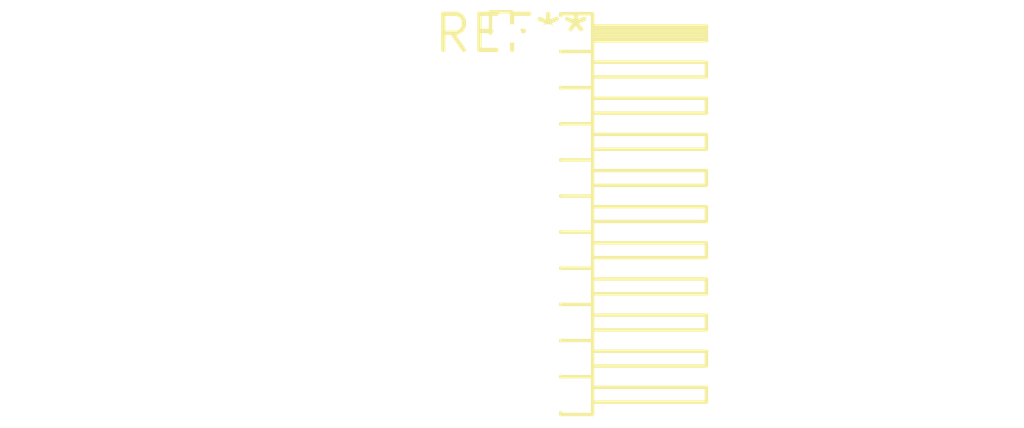
<source format=kicad_pcb>
(kicad_pcb (version 20240108) (generator pcbnew)
  (layers (0 "F.Cu" signal) (31 "B.Cu" signal) (34 "B.Paste" user) (35 "F.Paste" user) (36 "B.SilkS" user "B.Silkscreen") (37 "F.SilkS" user "F.Silkscreen") (38 "B.Mask" user) (39 "F.Mask" user) (44 "Edge.Cuts" user))
  (net 0 "")
  (footprint "PinHeader_2x11_P1.27mm_Horizontal" (layer "F.Cu") (at 0 0)
    (property "Reference" "REF**")
    (property "Value" "PinHeader_2x11_P1.27mm_Horizontal")
    (fp_line (start -0.76 -0.76) (end 0 -0.76) (layer "F.SilkS") (stroke (width 0.12)))
    (fp_line (start -0.76 0) (end -0.76 -0.76) (layer "F.SilkS") (stroke (width 0.12)))
    (fp_line (start 1.71 -0.695) (end 2.83 -0.695) (layer "F.SilkS") (stroke (width 0.12)))
    (fp_line (start 1.71 -0.619677) (end 1.71 -0.695) (layer "F.SilkS") (stroke (width 0.12)))
    (fp_line (start 1.71 0.619677) (end 1.71 0.650323) (layer "F.SilkS") (stroke (width 0.12)))
    (fp_line (start 1.71 0.635) (end 2.83 0.635) (layer "F.SilkS") (stroke (width 0.12)))
    (fp_line (start 1.71 1.889677) (end 1.71 1.920323) (layer "F.SilkS") (stroke (width 0.12)))
    (fp_line (start 1.71 1.905) (end 2.83 1.905) (layer "F.SilkS") (stroke (width 0.12)))
    (fp_line (start 1.71 3.159677) (end 1.71 3.190323) (layer "F.SilkS") (stroke (width 0.12)))
    (fp_line (start 1.71 3.175) (end 2.83 3.175) (layer "F.SilkS") (stroke (width 0.12)))
    (fp_line (start 1.71 4.429677) (end 1.71 4.460323) (layer "F.SilkS") (stroke (width 0.12)))
    (fp_line (start 1.71 4.445) (end 2.83 4.445) (layer "F.SilkS") (stroke (width 0.12)))
    (fp_line (start 1.71 5.699677) (end 1.71 5.730323) (layer "F.SilkS") (stroke (width 0.12)))
    (fp_line (start 1.71 5.715) (end 2.83 5.715) (layer "F.SilkS") (stroke (width 0.12)))
    (fp_line (start 1.71 6.969677) (end 1.71 7.000323) (layer "F.SilkS") (stroke (width 0.12)))
    (fp_line (start 1.71 6.985) (end 2.83 6.985) (layer "F.SilkS") (stroke (width 0.12)))
    (fp_line (start 1.71 8.239677) (end 1.71 8.270323) (layer "F.SilkS") (stroke (width 0.12)))
    (fp_line (start 1.71 8.255) (end 2.83 8.255) (layer "F.SilkS") (stroke (width 0.12)))
    (fp_line (start 1.71 9.509677) (end 1.71 9.540323) (layer "F.SilkS") (stroke (width 0.12)))
    (fp_line (start 1.71 9.525) (end 2.83 9.525) (layer "F.SilkS") (stroke (width 0.12)))
    (fp_line (start 1.71 10.779677) (end 1.71 10.810323) (layer "F.SilkS") (stroke (width 0.12)))
    (fp_line (start 1.71 10.795) (end 2.83 10.795) (layer "F.SilkS") (stroke (width 0.12)))
    (fp_line (start 1.71 12.049677) (end 1.71 12.080323) (layer "F.SilkS") (stroke (width 0.12)))
    (fp_line (start 1.71 12.065) (end 2.83 12.065) (layer "F.SilkS") (stroke (width 0.12)))
    (fp_line (start 1.71 13.395) (end 1.71 13.319677) (layer "F.SilkS") (stroke (width 0.12)))
    (fp_line (start 2.83 -0.695) (end 2.83 13.395) (layer "F.SilkS") (stroke (width 0.12)))
    (fp_line (start 2.83 -0.26) (end 6.83 -0.26) (layer "F.SilkS") (stroke (width 0.12)))
    (fp_line (start 2.83 -0.2) (end 6.83 -0.2) (layer "F.SilkS") (stroke (width 0.12)))
    (fp_line (start 2.83 -0.08) (end 6.83 -0.08) (layer "F.SilkS") (stroke (width 0.12)))
    (fp_line (start 2.83 0.04) (end 6.83 0.04) (layer "F.SilkS") (stroke (width 0.12)))
    (fp_line (start 2.83 0.16) (end 6.83 0.16) (layer "F.SilkS") (stroke (width 0.12)))
    (fp_line (start 2.83 1.01) (end 6.83 1.01) (layer "F.SilkS") (stroke (width 0.12)))
    (fp_line (start 2.83 2.28) (end 6.83 2.28) (layer "F.SilkS") (stroke (width 0.12)))
    (fp_line (start 2.83 3.55) (end 6.83 3.55) (layer "F.SilkS") (stroke (width 0.12)))
    (fp_line (start 2.83 4.82) (end 6.83 4.82) (layer "F.SilkS") (stroke (width 0.12)))
    (fp_line (start 2.83 6.09) (end 6.83 6.09) (layer "F.SilkS") (stroke (width 0.12)))
    (fp_line (start 2.83 7.36) (end 6.83 7.36) (layer "F.SilkS") (stroke (width 0.12)))
    (fp_line (start 2.83 8.63) (end 6.83 8.63) (layer "F.SilkS") (stroke (width 0.12)))
    (fp_line (start 2.83 9.9) (end 6.83 9.9) (layer "F.SilkS") (stroke (width 0.12)))
    (fp_line (start 2.83 11.17) (end 6.83 11.17) (layer "F.SilkS") (stroke (width 0.12)))
    (fp_line (start 2.83 12.44) (end 6.83 12.44) (layer "F.SilkS") (stroke (width 0.12)))
    (fp_line (start 2.83 13.395) (end 1.71 13.395) (layer "F.SilkS") (stroke (width 0.12)))
    (fp_line (start 6.83 -0.26) (end 6.83 0.26) (layer "F.SilkS") (stroke (width 0.12)))
    (fp_line (start 6.83 0.26) (end 2.83 0.26) (layer "F.SilkS") (stroke (width 0.12)))
    (fp_line (start 6.83 1.01) (end 6.83 1.53) (layer "F.SilkS") (stroke (width 0.12)))
    (fp_line (start 6.83 1.53) (end 2.83 1.53) (layer "F.SilkS") (stroke (width 0.12)))
    (fp_line (start 6.83 2.28) (end 6.83 2.8) (layer "F.SilkS") (stroke (width 0.12)))
    (fp_line (start 6.83 2.8) (end 2.83 2.8) (layer "F.SilkS") (stroke (width 0.12)))
    (fp_line (start 6.83 3.55) (end 6.83 4.07) (layer "F.SilkS") (stroke (width 0.12)))
    (fp_line (start 6.83 4.07) (end 2.83 4.07) (layer "F.SilkS") (stroke (width 0.12)))
    (fp_line (start 6.83 4.82) (end 6.83 5.34) (layer "F.SilkS") (stroke (width 0.12)))
    (fp_line (start 6.83 5.34) (end 2.83 5.34) (layer "F.SilkS") (stroke (width 0.12)))
    (fp_line (start 6.83 6.09) (end 6.83 6.61) (layer "F.SilkS") (stroke (width 0.12)))
    (fp_line (start 6.83 6.61) (end 2.83 6.61) (layer "F.SilkS") (stroke (width 0.12)))
    (fp_line (start 6.83 7.36) (end 6.83 7.88) (layer "F.SilkS") (stroke (width 0.12)))
    (fp_line (start 6.83 7.88) (end 2.83 7.88) (layer "F.SilkS") (stroke (width 0.12)))
    (fp_line (start 6.83 8.63) (end 6.83 9.15) (layer "F.SilkS") (stroke (width 0.12)))
    (fp_line (start 6.83 9.15) (end 2.83 9.15) (layer "F.SilkS") (stroke (width 0.12)))
    (fp_line (start 6.83 9.9) (end 6.83 10.42) (layer "F.SilkS") (stroke (width 0.12)))
    (fp_line (start 6.83 10.42) (end 2.83 10.42) (layer "F.SilkS") (stroke (width 0.12)))
    (fp_line (start 6.83 11.17) (end 6.83 11.69) (layer "F.SilkS") (stroke (width 0.12)))
    (fp_line (start 6.83 11.69) (end 2.83 11.69) (layer "F.SilkS") (stroke (width 0.12)))
    (fp_line (start 6.83 12.44) (end 6.83 12.96) (layer "F.SilkS") (stroke (width 0.12)))
    (fp_line (start 6.83 12.96) (end 2.83 12.96) (layer "F.SilkS") (stroke (width 0.12)))
    (pad "1" thru_hole rect (at 0 0) (size 1 1) (drill 0.65) (layers *.Cu *.Mask) (remove_unused_layers))
    (pad "2" thru_hole oval (at 1.27 0) (size 1 1) (drill 0.65) (layers *.Cu *.Mask) (remove_unused_layers))
    (pad "3" thru_hole oval (at 0 1.27) (size 1 1) (drill 0.65) (layers *.Cu *.Mask) (remove_unused_layers))
    (pad "4" thru_hole oval (at 1.27 1.27) (size 1 1) (drill 0.65) (layers *.Cu *.Mask) (remove_unused_layers))
    (pad "5" thru_hole oval (at 0 2.54) (size 1 1) (drill 0.65) (layers *.Cu *.Mask) (remove_unused_layers))
    (pad "6" thru_hole oval (at 1.27 2.54) (size 1 1) (drill 0.65) (layers *.Cu *.Mask) (remove_unused_layers))
    (pad "7" thru_hole oval (at 0 3.81) (size 1 1) (drill 0.65) (layers *.Cu *.Mask) (remove_unused_layers))
    (pad "8" thru_hole oval (at 1.27 3.81) (size 1 1) (drill 0.65) (layers *.Cu *.Mask) (remove_unused_layers))
    (pad "9" thru_hole oval (at 0 5.08) (size 1 1) (drill 0.65) (layers *.Cu *.Mask) (remove_unused_layers))
    (pad "10" thru_hole oval (at 1.27 5.08) (size 1 1) (drill 0.65) (layers *.Cu *.Mask) (remove_unused_layers))
    (pad "11" thru_hole oval (at 0 6.35) (size 1 1) (drill 0.65) (layers *.Cu *.Mask) (remove_unused_layers))
    (pad "12" thru_hole oval (at 1.27 6.35) (size 1 1) (drill 0.65) (layers *.Cu *.Mask) (remove_unused_layers))
    (pad "13" thru_hole oval (at 0 7.62) (size 1 1) (drill 0.65) (layers *.Cu *.Mask) (remove_unused_layers))
    (pad "14" thru_hole oval (at 1.27 7.62) (size 1 1) (drill 0.65) (layers *.Cu *.Mask) (remove_unused_layers))
    (pad "15" thru_hole oval (at 0 8.89) (size 1 1) (drill 0.65) (layers *.Cu *.Mask) (remove_unused_layers))
    (pad "16" thru_hole oval (at 1.27 8.89) (size 1 1) (drill 0.65) (layers *.Cu *.Mask) (remove_unused_layers))
    (pad "17" thru_hole oval (at 0 10.16) (size 1 1) (drill 0.65) (layers *.Cu *.Mask) (remove_unused_layers))
    (pad "18" thru_hole oval (at 1.27 10.16) (size 1 1) (drill 0.65) (layers *.Cu *.Mask) (remove_unused_layers))
    (pad "19" thru_hole oval (at 0 11.43) (size 1 1) (drill 0.65) (layers *.Cu *.Mask) (remove_unused_layers))
    (pad "20" thru_hole oval (at 1.27 11.43) (size 1 1) (drill 0.65) (layers *.Cu *.Mask) (remove_unused_layers))
    (pad "21" thru_hole oval (at 0 12.7) (size 1 1) (drill 0.65) (layers *.Cu *.Mask) (remove_unused_layers))
    (pad "22" thru_hole oval (at 1.27 12.7) (size 1 1) (drill 0.65) (layers *.Cu *.Mask) (remove_unused_layers))
  )
)
</source>
